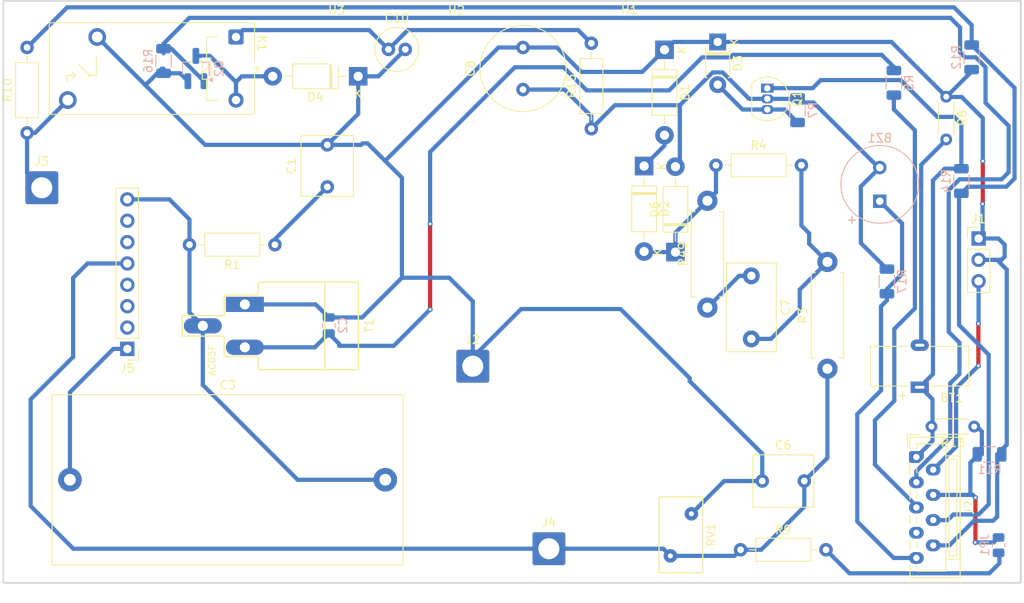
<source format=kicad_pcb>
(kicad_pcb (version 20240108) (generator "pcbnew") (generator_version "8.0")
  (layers (0 "F.Cu" signal) (31 "B.Cu" signal) (34 "B.Paste" user) (35 "F.Paste" user) (36 "B.SilkS" user "B.Silkscreen") (37 "F.SilkS" user "F.Silkscreen") (38 "B.Mask" user) (39 "F.Mask" user) (44 "Edge.Cuts" user))
  (net 0 "")
  (net 1 "Net-(J7-Pin_4)")
  (net 7 "Net-(BT1--)")
  (net 8 "Net-(BT1-+)")
  (net 9 "Net-(J7-Pin_6)")
  (net 10 "Net-(BZ1-+)")
  (net 11 "Net-(BZ1--)")
  (net 12 "Net-(J3-Pin_1)")
  (net 13 "Net-(J5-Pin_8)")
  (net 15 "Net-(J5-Pin_1)")
  (net 16 "Net-(J4-Pin_1)")
  (net 17 "Net-(JP1-B)")
  (net 18 "Net-(C7-Pad2)")
  (net 19 "GND")
  (net 20 "Net-(J7-Pin_3)")
  (net 21 "/TCP")
  (net 22 "Net-(D3-A)")
  (net 23 "Net-(T1-G)")
  (net 24 "Net-(C7-Pad1)")
  (net 25 "Net-(D2-A)")
  (net 26 "Net-(D1-A)")
  (net 27 "Net-(D4-A)")
  (net 28 "Net-(C10-Pad1)")
  (net 29 "/GATE")
  (net 30 "Net-(C1-Pad1)")
  (footprint "MountingHole:MountingHole_3.7mm" (layer "F.Cu") (at 145.25 61.425)
    (property "Reference" "H1" (at 0 -4.7 0) (layer "F.SilkS"))
    (property "Value" "MountingHole")
    (pad "" np_thru_hole circle (at 0 0) (size 3.7 3.7) (drill 3.7) (layers "*.Cu" "*.Mask"))
  )
  (footprint "Connector_Wire:SolderWire-2sqmm_1x01_D2mm_OD3.9mm" (layer "F.Cu") (at 75.375 77.875)
    (property "Reference" "J3" (at 0 -3.15 0) (layer "F.SilkS"))
    (property "Value" "WHITE")
    (pad "1" thru_hole roundrect (at 0 0) (size 3.9 3.9) (drill 2.5) (layers "*.Cu" "*.Mask") (roundrect_rratio 0.064103) (net 12 "Net-(J3-Pin_1)"))
  )
  (footprint "Diode_THT:D_DO-41_SOD81_P10.16mm_Horizontal" (layer "F.Cu") (at 113 64.625 180)
    (property "Reference" "D4" (at 5.08 -2.47 180) (layer "F.SilkS"))
    (property "Value" "D_Zener")
    (fp_text user "K" (at 0 -2.1 180) (layer "F.SilkS"))
    (pad "1" thru_hole rect (at 0 0 180) (size 2.2 2.2) (drill 1.1) (layers "*.Cu" "*.Mask") (net 19 "GND"))
    (pad "2" thru_hole oval (at 10.16 0 180) (size 2.2 2.2) (drill 1.1) (layers "*.Cu" "*.Mask") (net 27 "Net-(D4-A)"))
  )
  (footprint "Capacitor_THT:C_Radial_D10.0mm_H12.5mm_P5.00mm" (layer "F.Cu") (at 132.6 66.2 90)
    (property "Reference" "C8" (at 2.5 -6.25 -90) (layer "F.SilkS"))
    (property "Value" "C_Polarized")
    (pad "1" thru_hole circle (at 0 0 90) (size 1.6 1.6) (drill 0.8) (layers "*.Cu" "*.Mask") (net 11 "Net-(BZ1--)"))
    (pad "2" thru_hole circle (at 5 0 90) (size 1.6 1.6) (drill 0.8) (layers "*.Cu" "*.Mask") (net 19 "GND"))
  )
  (footprint "Connector_JST:JST_ZE_B09B-ZESK-D_1x09_P1.50mm_Vertical" (layer "F.Cu") (at 179.375 109.9 -90)
    (property "Reference" "J7" (at 6 -6.3 90) (layer "F.SilkS"))
    (property "Value" "Conn_01x09")
    (pad "1" thru_hole custom (at 0 0 270) (size 1.117157 1.117157) (drill 0.75) (layers "*.Cu" "*.Mask") (net 8 "Net-(BT1-+)") (options (clearance outline) (anchor circle)) (primitives (gr_poly (pts (xy 0.45 -0.225) (xy 0.45 0.625) (xy -0.45 0.625) (xy -0.45 -0.625) (xy 0.05 -0.625)) (width 0.5) (fill yes))))
    (pad "2" thru_hole oval (at 1.5 -2 270) (size 1.4 1.75) (drill 0.75) (layers "*.Cu" "*.Mask") (net 21 "/TCP"))
    (pad "3" thru_hole oval (at 3 0 270) (size 1.4 1.75) (drill 0.75) (layers "*.Cu" "*.Mask") (net 20 "Net-(J7-Pin_3)"))
    (pad "4" thru_hole oval (at 4.5 -2 270) (size 1.4 1.75) (drill 0.75) (layers "*.Cu" "*.Mask") (net 1 "Net-(J7-Pin_4)"))
    (pad "5" thru_hole oval (at 6 0 270) (size 1.4 1.75) (drill 0.75) (layers "*.Cu" "*.Mask") (net 29 "/GATE"))
    (pad "6" thru_hole oval (at 7.5 -2 270) (size 1.4 1.75) (drill 0.75) (layers "*.Cu" "*.Mask") (net 9 "Net-(J7-Pin_6)"))
    (pad "7" thru_hole oval (at 9 0 270) (size 1.4 1.75) (drill 0.75) (layers "*.Cu" "*.Mask"))
    (pad "8" thru_hole oval (at 10.5 -2 270) (size 1.4 1.75) (drill 0.75) (layers "*.Cu" "*.Mask") (net 19 "GND"))
    (pad "9" thru_hole oval (at 12 0 270) (size 1.4 1.75) (drill 0.75) (layers "*.Cu" "*.Mask") (net 10 "Net-(BZ1-+)"))
  )
  (footprint "Diode_THT:D_DO-41_SOD81_P10.16mm_Horizontal" (layer "F.Cu") (at 147 75.295 -90)
    (property "Reference" "D2" (at 5.08 -2.47 90) (layer "F.SilkS"))
    (property "Value" "D_Zener")
    (fp_text user "K" (at 0 -2.1 90) (layer "F.SilkS"))
    (pad "1" thru_hole rect (at 0 0 270) (size 2.2 2.2) (drill 1.1) (layers "*.Cu" "*.Mask") (net 26 "Net-(D1-A)"))
    (pad "2" thru_hole oval (at 10.16 0 270) (size 2.2 2.2) (drill 1.1) (layers "*.Cu" "*.Mask") (net 25 "Net-(D2-A)"))
  )
  (footprint "MountingHole:MountingHole_3.7mm" (layer "F.Cu") (at 124.675 61.475)
    (property "Reference" "H2" (at 0 -4.7 0) (layer "F.SilkS"))
    (property "Value" "MountingHole")
    (pad "" np_thru_hole circle (at 0 0) (size 3.7 3.7) (drill 3.7) (layers "*.Cu" "*.Mask"))
  )
  (footprint "Resistor_THT:R_Axial_DIN0207_L6.3mm_D2.5mm_P10.16mm_Horizontal" (layer "F.Cu") (at 158.47 120.925)
    (property "Reference" "R9" (at 5.08 -2.37 0) (layer "F.SilkS"))
    (property "Value" "R")
    (pad "1" thru_hole circle (at 0 0) (size 1.6 1.6) (drill 0.8) (layers "*.Cu" "*.Mask") (net 16 "Net-(J4-Pin_1)"))
    (pad "2" thru_hole oval (at 10.16 0) (size 1.6 1.6) (drill 0.8) (layers "*.Cu" "*.Mask") (net 17 "Net-(JP1-B)"))
  )
  (footprint "Resistor_THT:R_Axial_DIN0207_L6.3mm_D2.5mm_P10.16mm_Horizontal" (layer "F.Cu") (at 140.725 70.86 90)
    (property "Reference" "R15" (at 5.08 -2.37 -90) (layer "F.SilkS"))
    (property "Value" "R")
    (pad "1" thru_hole circle (at 0 0 90) (size 1.6 1.6) (drill 0.8) (layers "*.Cu" "*.Mask") (net 11 "Net-(BZ1--)"))
    (pad "2" thru_hole oval (at 10.16 0 90) (size 1.6 1.6) (drill 0.8) (layers "*.Cu" "*.Mask") (net 28 "Net-(C10-Pad1)"))
  )
  (footprint "Capacitor_THT:C_Rect_L7.0mm_W6.0mm_P5.00mm" (layer "F.Cu") (at 109.325 77.775 90)
    (property "Reference" "C1" (at 2.5 -4.25 -90) (layer "F.SilkS"))
    (property "Value" "C")
    (pad "1" thru_hole circle (at 0 0 90) (size 1.6 1.6) (drill 0.8) (layers "*.Cu" "*.Mask") (net 30 "Net-(C1-Pad1)"))
    (pad "2" thru_hole circle (at 5 0 90) (size 1.6 1.6) (drill 0.8) (layers "*.Cu" "*.Mask") (net 19 "GND"))
  )
  (footprint "Diode_THT:D_DO-41_SOD81_P10.16mm_Horizontal" (layer "F.Cu") (at 150.725 85.53 90)
    (property "Reference" "D6" (at 5.08 -2.47 -90) (layer "F.SilkS"))
    (property "Value" "D")
    (fp_text user "K" (at 0 -2.1 -90) (layer "F.SilkS"))
    (pad "1" thru_hole rect (at 0 0 90) (size 2.2 2.2) (drill 1.1) (layers "*.Cu" "*.Mask") (net 25 "Net-(D2-A)"))
    (pad "2" thru_hole oval (at 10.16 0 90) (size 2.2 2.2) (drill 1.1) (layers "*.Cu" "*.Mask") (net 11 "Net-(BZ1--)"))
  )
  (footprint "Capacitor_THT:C_Rect_L10.3mm_W5.7mm_P7.50mm_MKS4" (layer "F.Cu") (at 159.75 88.35 -90)
    (property "Reference" "C7" (at 3.75 -4.1 90) (layer "F.SilkS"))
    (property "Value" "C")
    (pad "1" thru_hole circle (at 0 0 270) (size 2 2) (drill 1) (layers "*.Cu" "*.Mask") (net 24 "Net-(C7-Pad1)"))
    (pad "2" thru_hole circle (at 7.5 0 270) (size 2 2) (drill 1) (layers "*.Cu" "*.Mask") (net 18 "Net-(C7-Pad2)"))
  )
  (footprint "Resistor_THT:R_Axial_DIN0204_L3.6mm_D1.6mm_P5.08mm_Horizontal" (layer "F.Cu") (at 182.925 67.05 -90)
    (property "Reference" "R8" (at 2.54 -1.92 90) (layer "F.SilkS"))
    (property "Value" "R")
    (pad "1" thru_hole circle (at 0 0 270) (size 1.4 1.4) (drill 0.7) (layers "*.Cu" "*.Mask") (net 19 "GND"))
    (pad "2" thru_hole oval (at 5.08 0 270) (size 1.4 1.4) (drill 0.7) (layers "*.Cu" "*.Mask") (net 7 "Net-(BT1--)"))
  )
  (footprint "Package_TO_SOT_THT:TO-92_Inline" (layer "F.Cu") (at 161.65 66.035 -90)
    (property "Reference" "Q1" (at 1.27 -3.56 90) (layer "F.SilkS"))
    (property "Value" "2SA953")
    (pad "1" thru_hole rect (at 0 0 270) (size 1.05 1.5) (drill 0.75) (layers "*.Cu" "*.Mask") (net 8 "Net-(BT1-+)"))
    (pad "2" thru_hole oval (at 1.27 0 270) (size 1.05 1.5) (drill 0.75) (layers "*.Cu" "*.Mask") (net 11 "Net-(BZ1--)"))
    (pad "3" thru_hole oval (at 2.54 0 270) (size 1.05 1.5) (drill 0.75) (layers "*.Cu" "*.Mask") (net 22 "Net-(D3-A)"))
  )
  (footprint "Capacitor_THT:DX_5R5VxxxxU_D11.5mm_P5.00mm" (layer "F.Cu") (at 179.775 101.6 180)
    (property "Reference" "BT1" (at -3.81 -1.27 180) (layer "F.SilkS"))
    (property "Value" "SuperCap")
    (pad "1" thru_hole rect (at 0 0 180) (size 2.15 1.35) (drill oval 1.15 0.35) (layers "*.Cu" "*.Mask") (net 8 "Net-(BT1-+)"))
    (pad "2" thru_hole oval (at 0 5 180) (size 2.15 1.35) (drill oval 1.1 0.35) (layers "*.Cu" "*.Mask") (net 7 "Net-(BT1--)"))
  )
  (footprint "Resistor_THT:R_Axial_DIN0204_L3.6mm_D1.6mm_P5.08mm_Horizontal" (layer "F.Cu") (at 186.25 106.275 180)
    (property "Reference" "R13" (at 2.54 -1.92 180) (layer "F.SilkS"))
    (property "Value" "R")
    (pad "1" thru_hole circle (at 0 0 180) (size 1.4 1.4) (drill 0.7) (layers "*.Cu" "*.Mask") (net 1 "Net-(J7-Pin_4)"))
    (pad "2" thru_hole oval (at 5.08 0 180) (size 1.4 1.4) (drill 0.7) (layers "*.Cu" "*.Mask") (net 8 "Net-(BT1-+)"))
  )
  (footprint "Resistor_THT:R_Axial_DIN0207_L6.3mm_D2.5mm_P10.16mm_Horizontal" (layer "F.Cu") (at 73.625 71.355 90)
    (property "Reference" "R10" (at 5.08 -2.37 -90) (layer "F.SilkS"))
    (property "Value" "R")
    (pad "1" thru_hole circle (at 0 0 90) (size 1.6 1.6) (drill 0.8) (layers "*.Cu" "*.Mask") (net 12 "Net-(J3-Pin_1)"))
    (pad "2" thru_hole oval (at 10.16 0 90) (size 1.6 1.6) (drill 0.8) (layers "*.Cu" "*.Mask") (net 9 "Net-(J7-Pin_6)"))
  )
  (footprint "MountingHole:MountingHole_3.7mm" (layer "F.Cu") (at 110.425 61.5)
    (property "Reference" "H3" (at 0 -4.7 0) (layer "F.SilkS"))
    (property "Value" "MountingHole")
    (pad "" np_thru_hole circle (at 0 0) (size 3.7 3.7) (drill 3.7) (layers "*.Cu" "*.Mask"))
  )
  (footprint "local:TO-202AA" (layer "F.Cu") (at 101.325 94.3 -90)
    (property "Reference" "T1" (at 0 -13 -90) (layer "F.SilkS"))
    (property "Value" "AC03F" (at 4.1 5.7 -90) (layer "F.SilkS") (effects (font (size 0.8 0.8) (thickness 0.12))))
    (pad "1" thru_hole rect (at -2.55 1.8 270) (size 1.8 4.5) (drill 1.2) (layers "*.Cu" "*.Mask") (net 19 "GND"))
    (pad "2" thru_hole oval (at 0 6.8 270) (size 1.8 4.5) (drill 1.2) (layers "*.Cu" "*.Mask") (net 13 "Net-(J5-Pin_8)"))
    (pad "3" thru_hole oval (at 2.55 1.8 270) (size 1.8 4.5) (drill 1.2) (layers "*.Cu" "*.Mask") (net 23 "Net-(T1-G)"))
  )
  (footprint "Resistor_THT:R_Axial_DIN0207_L6.3mm_D2.5mm_P10.16mm_Horizontal" (layer "F.Cu") (at 155.545 75.2)
    (property "Reference" "R4" (at 5.08 -2.37 0) (layer "F.SilkS"))
    (property "Value" "R")
    (pad "1" thru_hole circle (at 0 0) (size 1.6 1.6) (drill 0.8) (layers "*.Cu" "*.Mask") (net 25 "Net-(D2-A)"))
    (pad "2" thru_hole oval (at 10.16 0) (size 1.6 1.6) (drill 0.8) (layers "*.Cu" "*.Mask") (net 18 "Net-(C7-Pad2)"))
  )
  (footprint "Resistor_THT:R_Axial_DIN0411_L9.9mm_D3.6mm_P12.70mm_Horizontal" (layer "F.Cu") (at 168.8 99.4 90)
    (property "Reference" "R3" (at 6.35 -2.92 -90) (layer "F.SilkS"))
    (property "Value" "R")
    (pad "1" thru_hole circle (at 0 0 90) (size 2.4 2.4) (drill 1.2) (layers "*.Cu" "*.Mask") (net 16 "Net-(J4-Pin_1)"))
    (pad "2" thru_hole oval (at 12.7 0 90) (size 2.4 2.4) (drill 1.2) (layers "*.Cu" "*.Mask") (net 18 "Net-(C7-Pad2)"))
  )
  (footprint "Capacitor_THT:C_Rect_L7.0mm_W6.0mm_P5.00mm" (layer "F.Cu") (at 161.05 112.75)
    (property "Reference" "C6" (at 2.5 -4.25 0) (layer "F.SilkS"))
    (property "Value" "C")
    (pad "1" thru_hole circle (at 0 0) (size 1.6 1.6) (drill 0.8) (layers "*.Cu" "*.Mask") (net 19 "GND"))
    (pad "2" thru_hole circle (at 5 0) (size 1.6 1.6) (drill 0.8) (layers "*.Cu" "*.Mask") (net 16 "Net-(J4-Pin_1)"))
  )
  (footprint "Resistor_THT:R_Axial_DIN0411_L9.9mm_D3.6mm_P12.70mm_Horizontal" (layer "F.Cu") (at 154.525 92.125 90)
    (property "Reference" "R49" (at 6.35 -2.92 -90) (layer "F.SilkS"))
    (property "Value" "R")
    (pad "1" thru_hole circle (at 0 0 90) (size 2.4 2.4) (drill 1.2) (layers "*.Cu" "*.Mask") (net 24 "Net-(C7-Pad1)"))
    (pad "2" thru_hole oval (at 12.7 0 90) (size 2.4 2.4) (drill 1.2) (layers "*.Cu" "*.Mask") (net 25 "Net-(D2-A)"))
  )
  (footprint "Relay_THT:Relay_SPST_Omron_G5PZ" (layer "F.Cu") (at 98.47 59.95 -90)
    (property "Reference" "K1" (at 0.75 -3.1 -90) (layer "F.SilkS"))
    (property "Value" "Relay_SPST-NO")
    (pad "13" thru_hole circle (at 0 16.5) (size 2.1 2.1) (drill 1.3) (layers "*.Cu" "*.Mask") (net 19 "GND"))
    (pad "14" thru_hole circle (at 7.5 20) (size 2.1 2.1) (drill 1.3) (layers "*.Cu" "*.Mask") (net 12 "Net-(J3-Pin_1)"))
    (pad "A1" thru_hole roundrect (at 0 0) (size 1.8 1.8) (drill 1) (layers "*.Cu" "*.Mask") (roundrect_rratio 0.1388888889) (net 28 "Net-(C10-Pad1)"))
    (pad "A2" thru_hole circle (at 7.5 0) (size 1.8 1.8) (drill 1) (layers "*.Cu" "*.Mask") (net 27 "Net-(D4-A)"))
  )
  (footprint "Capacitor_THT:C_Rect_L41.5mm_W20.0mm_P37.50mm_MKS4" (layer "F.Cu") (at 78.725 112.6)
    (property "Reference" "C3" (at 18.75 -11.25 0) (layer "F.SilkS"))
    (property "Value" "C")
    (pad "1" thru_hole circle (at 0 0) (size 2.8 2.8) (drill 1.4) (layers "*.Cu" "*.Mask") (net 15 "Net-(J5-Pin_1)"))
    (pad "2" thru_hole circle (at 37.5 0) (size 2.8 2.8) (drill 1.4) (layers "*.Cu" "*.Mask") (net 13 "Net-(J5-Pin_8)"))
  )
  (footprint "Connector_Wire:SolderWire-2sqmm_1x01_D2mm_OD3.9mm" (layer "F.Cu") (at 135.675 120.8)
    (property "Reference" "J4" (at 0 -3.15 0) (layer "F.SilkS"))
    (property "Value" "BLACK/MAINS L")
    (pad "1" thru_hole roundrect (at 0 0) (size 3.9 3.9) (drill 2.5) (layers "*.Cu" "*.Mask") (roundrect_rratio 0.064103) (net 16 "Net-(J4-Pin_1)"))
  )
  (footprint "Varistor:RV_Disc_D9mm_W5.2mm_P5mm" (layer "F.Cu") (at 150.125 121.65 90)
    (property "Reference" "RV1" (at 2.5 4.85 -90) (layer "F.SilkS"))
    (property "Value" "Varistor")
    (pad "1" thru_hole circle (at 0 0 90) (size 1.6 1.6) (drill 0.6) (layers "*.Cu" "*.Mask") (net 16 "Net-(J4-Pin_1)"))
    (pad "2" thru_hole circle (at 5 2.5 90) (size 1.6 1.6) (drill 0.6) (layers "*.Cu" "*.Mask") (net 19 "GND"))
  )
  (footprint "Resistor_THT:R_Axial_DIN0207_L6.3mm_D2.5mm_P10.16mm_Horizontal" (layer "F.Cu") (at 103.1 84.65 180)
    (property "Reference" "R1" (at 5.08 -2.37 180) (layer "F.SilkS"))
    (property "Value" "R")
    (pad "1" thru_hole circle (at 0 0 180) (size 1.6 1.6) (drill 0.8) (layers "*.Cu" "*.Mask") (net 30 "Net-(C1-Pad1)"))
    (pad "2" thru_hole oval (at 10.16 0 180) (size 1.6 1.6) (drill 0.8) (layers "*.Cu" "*.Mask") (net 13 "Net-(J5-Pin_8)"))
  )
  (footprint "Capacitor_THT:C_Radial_D5.0mm_H11.0mm_P2.00mm" (layer "F.Cu") (at 116.6 61.425)
    (property "Reference" "C10" (at 1 -3.75 0) (layer "F.SilkS"))
    (property "Value" "C_Polarized")
    (pad "1" thru_hole circle (at 0 0) (size 1.6 1.6) (drill 0.8) (layers "*.Cu" "*.Mask") (net 28 "Net-(C10-Pad1)"))
    (pad "2" thru_hole circle (at 2 0) (size 1.6 1.6) (drill 0.8) (layers "*.Cu" "*.Mask") (net 19 "GND"))
  )
  (footprint "Connector_PinHeader_2.54mm:PinHeader_1x08_P2.54mm_Vertical" (layer "F.Cu") (at 85.55 97.04 180)
    (property "Reference" "J5" (at 0 -2.33 180) (layer "F.SilkS"))
    (property "Value" "Conn_01x08")
    (pad "1" thru_hole rect (at 0 0 180) (size 1.7 1.7) (drill 1) (layers "*.Cu" "*.Mask") (net 15 "Net-(J5-Pin_1)"))
    (pad "2" thru_hole oval (at 0 2.54 180) (size 1.7 1.7) (drill 1) (layers "*.Cu" "*.Mask"))
    (pad "3" thru_hole oval (at 0 5.08 180) (size 1.7 1.7) (drill 1) (layers "*.Cu" "*.Mask"))
    (pad "4" thru_hole oval (at 0 7.62 180) (size 1.7 1.7) (drill 1) (layers "*.Cu" "*.Mask"))
    (pad "5" thru_hole oval (at 0 10.16 180) (size 1.7 1.7) (drill 1) (layers "*.Cu" "*.Mask") (net 16 "Net-(J4-Pin_1)"))
    (pad "6" thru_hole oval (at 0 12.7 180) (size 1.7 1.7) (drill 1) (layers "*.Cu" "*.Mask"))
    (pad "7" thru_hole oval (at 0 15.24 180) (size 1.7 1.7) (drill 1) (layers "*.Cu" "*.Mask"))
    (pad "8" thru_hole oval (at 0 17.78 180) (size 1.7 1.7) (drill 1) (layers "*.Cu" "*.Mask") (net 13 "Net-(J5-Pin_8)"))
  )
  (footprint "Connector_Wire:SolderWire-2sqmm_1x01_D2mm_OD3.9mm" (layer "F.Cu") (at 126.625 99.1)
    (property "Reference" "J2" (at 0 -3.15 0) (layer "F.SilkS"))
    (property "Value" "ORANGE/MAINS N")
    (pad "1" thru_hole roundrect (at 0 0) (size 3.9 3.9) (drill 2.5) (layers "*.Cu" "*.Mask") (roundrect_rratio 0.064103) (net 19 "GND"))
  )
  (footprint "Diode_THT:D_T-1_P5.08mm_Horizontal" (layer "F.Cu") (at 155.75 60.535 -90)
    (property "Reference" "D3" (at 2.54 -2.42 90) (layer "F.SilkS"))
    (property "Value" "D_Zener")
    (fp_text user "K" (at 0 -2 90) (layer "F.SilkS"))
    (pad "1" thru_hole rect (at 0 0 270) (size 2 2) (drill 1) (layers "*.Cu" "*.Mask") (net 19 "GND"))
    (pad "2" thru_hole oval (at 5.08 0 270) (size 2 2) (drill 1) (layers "*.Cu" "*.Mask") (net 22 "Net-(D3-A)"))
  )
  (footprint "Connector_PinHeader_2.54mm:PinHeader_1x03_P2.54mm_Vertical" (layer "F.Cu") (at 186.775 83.91)
    (property "Reference" "J1" (at 0 -2.33 0) (layer "F.SilkS"))
    (property "Value" "Conn_01x03")
    (pad "1" thru_hole rect (at 0 0) (size 1.7 1.7) (drill 1) (layers "*.Cu" "*.Mask") (net 19 "GND"))
    (pad "2" thru_hole oval (at 0 2.54) (size 1.7 1.7) (drill 1) (layers "*.Cu" "*.Mask") (net 19 "GND"))
    (pad "3" thru_hole oval (at 0 5.08) (size 1.7 1.7) (drill 1) (layers "*.Cu" "*.Mask") (net 21 "/TCP"))
  )
  (footprint "Diode_THT:D_DO-41_SOD81_P10.16mm_Horizontal" (layer "F.Cu") (at 149.425 61.47 -90)
    (property "Reference" "D1" (at 5.08 -2.47 90) (layer "F.SilkS"))
    (property "Value" "D_Zener")
    (fp_text user "K" (at 0 -2.1 90) (layer "F.SilkS"))
    (pad "1" thru_hole rect (at 0 0 270) (size 2.2 2.2) (drill 1.1) (layers "*.Cu" "*.Mask") (net 19 "GND"))
    (pad "2" thru_hole oval (at 10.16 0 270) (size 2.2 2.2) (drill 1.1) (layers "*.Cu" "*.Mask") (net 26 "Net-(D1-A)"))
  )
  (footprint "Resistor_SMD:R_1206_3216Metric" (layer "B.Cu") (at 89.85 62.8 -90)
    (property "Reference" "R16" (at 0 1.82 90) (layer "B.SilkS") (effects (justify mirror)))
    (property "Value" "R")
    (pad "1" smd roundrect (at -1.4625 0 270) (size 1.125 1.75) (layers "B.Cu" "B.Paste" "B.Mask") (roundrect_rratio 0.222222) (net 20 "Net-(J7-Pin_3)"))
    (pad "2" smd roundrect (at 1.4625 0 270) (size 1.125 1.75) (layers "B.Cu" "B.Paste" "B.Mask") (roundrect_rratio 0.222222) (net 19 "GND"))
  )
  (footprint "Capacitor_SMD:C_0805_2012Metric" (layer "B.Cu") (at 109.5 94.25 90)
    (property "Reference" "C2" (at 0 1.68 -90) (layer "B.SilkS") (effects (justify mirror)))
    (property "Value" "C")
    (pad "1" smd roundrect (at -0.95 0 90) (size 1 1.45) (layers "B.Cu" "B.Paste" "B.Mask") (net 23 "Net-(T1-G)"))
    (pad "2" smd roundrect (at 0.95 0 90) (size 1 1.45) (layers "B.Cu" "B.Paste" "B.Mask") (net 19 "GND"))
  )
  (footprint "Resistor_SMD:R_1206_3216Metric" (layer "B.Cu") (at 175.875 89.0125 90)
    (property "Reference" "R17" (at 0 1.82 -90) (layer "B.SilkS") (effects (justify mirror)))
    (property "Value" "R")
    (pad "1" smd roundrect (at -1.4625 0 90) (size 1.125 1.75) (layers "B.Cu" "B.Paste" "B.Mask") (roundrect_rratio 0.222222) (net 10 "Net-(BZ1-+)"))
    (pad "2" smd roundrect (at 1.4625 0 90) (size 1.125 1.75) (layers "B.Cu" "B.Paste" "B.Mask") (roundrect_rratio 0.222222) (net 11 "Net-(BZ1--)"))
  )
  (footprint "Resistor_SMD:R_1206_3216Metric" (layer "B.Cu") (at 185.95 62.3625 -90)
    (property "Reference" "R12" (at 0 1.82 90) (layer "B.SilkS") (effects (justify mirror)))
    (property "Value" "R")
    (pad "1" smd roundrect (at -1.4625 0 270) (size 1.125 1.75) (layers "B.Cu" "B.Paste" "B.Mask") (roundrect_rratio 0.222222) (net 9 "Net-(J7-Pin_6)"))
    (pad "2" smd roundrect (at 1.4625 0 270) (size 1.125 1.75) (layers "B.Cu" "B.Paste" "B.Mask") (roundrect_rratio 0.222222) (net 19 "GND"))
  )
  (footprint "Resistor_SMD:R_1206_3216Metric" (layer "B.Cu") (at 188.075 109.575)
    (property "Reference" "R11" (at 0 1.82 360) (layer "B.SilkS") (effects (justify mirror)))
    (property "Value" "R")
    (pad "1" smd roundrect (at -1.4625 0) (size 1.125 1.75) (layers "B.Cu" "B.Paste" "B.Mask") (roundrect_rratio 0.222222) (net 1 "Net-(J7-Pin_4)"))
    (pad "2" smd roundrect (at 1.4625 0) (size 1.125 1.75) (layers "B.Cu" "B.Paste" "B.Mask") (roundrect_rratio 0.222222) (net 19 "GND"))
  )
  (footprint "Package_TO_SOT_SMD:SOT-23_Handsoldering" (layer "B.Cu") (at 93.7 63.7 90)
    (property "Reference" "Q2" (at 0 2.75 -90) (layer "B.SilkS") (effects (justify mirror)))
    (property "Value" "Q_NPN_BCE")
    (pad "1" smd roundrect (at -1.5 0.95 90) (size 1.9 0.8) (layers "B.Cu" "B.Paste" "B.Mask") (net 20 "Net-(J7-Pin_3)"))
    (pad "2" smd roundrect (at -1.5 -0.95 90) (size 1.9 0.8) (layers "B.Cu" "B.Paste" "B.Mask") (net 19 "GND"))
    (pad "3" smd roundrect (at 1.5 0 90) (size 1.9 0.8) (layers "B.Cu" "B.Paste" "B.Mask") (net 27 "Net-(D4-A)"))
  )
  (footprint "Resistor_SMD:R_1206_3216Metric" (layer "B.Cu") (at 176.7 65.4 90)
    (property "Reference" "R5" (at 0 1.82 -90) (layer "B.SilkS") (effects (justify mirror)))
    (property "Value" "R")
    (pad "1" smd roundrect (at -1.4625 0 90) (size 1.125 1.75) (layers "B.Cu" "B.Paste" "B.Mask") (roundrect_rratio 0.222222) (net 29 "/GATE"))
    (pad "2" smd roundrect (at 1.4625 0 90) (size 1.125 1.75) (layers "B.Cu" "B.Paste" "B.Mask") (roundrect_rratio 0.222222) (net 23 "Net-(T1-G)"))
  )
  (footprint "Buzzer_Beeper:MagneticBuzzer_CUI_CST-931RP-A" (layer "B.Cu") (at 175.025 79.475)
    (property "Reference" "BZ1" (at 0 -7.5 180) (layer "B.SilkS") (effects (justify mirror)))
    (property "Value" "Buzzer")
    (fp_text user "+" (at -3.3 2.18 180) (layer "B.SilkS") (effects (justify mirror)))
    (pad "1" thru_hole rect (at 0 0) (size 1.6 1.6) (drill 0.9) (layers "*.Cu" "*.Mask") (net 10 "Net-(BZ1-+)"))
    (pad "2" thru_hole circle (at 0 -4) (size 1.6 1.6) (drill 0.9) (layers "*.Cu" "*.Mask") (net 11 "Net-(BZ1--)"))
  )
  (footprint "Resistor_SMD:R_0805_2012Metric" (layer "B.Cu") (at 189.15 120.375 -90)
    (property "Reference" "JP1" (at 0 1.65 90) (layer "B.SilkS") (effects (justify mirror)))
    (property "Value" "Jumper_2_Bridged")
    (pad "1" smd roundrect (at -0.9125 0 270) (size 1.025 1.4) (layers "B.Cu" "B.Paste" "B.Mask") (roundrect_rratio 0.243902) (net 1 "Net-(J7-Pin_4)"))
    (pad "2" smd roundrect (at 0.9125 0 270) (size 1.025 1.4) (layers "B.Cu" "B.Paste" "B.Mask") (roundrect_rratio 0.243902) (net 17 "Net-(JP1-B)"))
  )
  (footprint "Resistor_SMD:R_1206_3216Metric" (layer "B.Cu") (at 165.25 68.65 90)
    (property "Reference" "R7" (at 0 1.82 -90) (layer "B.SilkS") (effects (justify mirror)))
    (property "Value" "R")
    (pad "1" smd roundrect (at -1.4625 0 90) (size 1.125 1.75) (layers "B.Cu" "B.Paste" "B.Mask") (roundrect_rratio 0.222222) (net 22 "Net-(D3-A)"))
    (pad "2" smd roundrect (at 1.4625 0 90) (size 1.125 1.75) (layers "B.Cu" "B.Paste" "B.Mask") (roundrect_rratio 0.222222) (net 11 "Net-(BZ1--)"))
  )
  (footprint "Resistor_SMD:R_1206_3216Metric" (layer "B.Cu") (at 184.725 77.075 -90)
    (property "Reference" "R14" (at 0 1.82 90) (layer "B.SilkS") (effects (justify mirror)))
    (property "Value" "R")
    (pad "1" smd roundrect (at -1.4625 0 270) (size 1.125 1.75) (layers "B.Cu" "B.Paste" "B.Mask") (roundrect_rratio 0.222222) (net 8 "Net-(BT1-+)"))
    (pad "2" smd roundrect (at 1.4625 0 270) (size 1.125 1.75) (layers "B.Cu" "B.Paste" "B.Mask") (roundrect_rratio 0.222222) (net 9 "Net-(J7-Pin_6)"))
  )
  (gr_rect (start 70.8 55.65) (end 191.8 124.85) (stroke (width 0.2)) (fill none) (layer "Edge.Cuts"))
  (segment (start 186.4 114.725) (end 186.399998 114.724998) (width 0.5) (layer "F.Cu") (net 1))
  (segment (start 186.375 120.049998) (end 186.4 120.024998) (width 0.5) (layer "F.Cu") (net 1))
  (segment (start 186.4 120.024998) (end 186.4 114.725) (width 0.5) (layer "F.Cu") (net 1))
  (via (at 186.399998 114.724998) (size 0.6) (drill 0.3) (layers "F.Cu" "B.Cu") (net 1))
  (via (at 186.375 120.049998) (size 0.6) (drill 0.3) (layers "F.Cu" "B.Cu") (net 1))
  (segment (start 186.075 114.4) (end 186.399998 114.724998) (width 0.5) (layer "B.Cu") (net 1))
  (segment (start 185.8 114.325) (end 185.725 114.4) (width 0.5) (layer "B.Cu") (net 1))
  (segment (start 188.562502 120.049998) (end 189.15 119.4625) (width 0.5) (layer "B.Cu") (net 1))
  (segment (start 185.725 114.4) (end 186.075 114.4) (width 0.5) (layer "B.Cu") (net 1))
  (segment (start 186.375 120.049998) (end 188.562502 120.049998) (width 0.5) (layer "B.Cu") (net 1))
  (segment (start 186.8 109.575) (end 185.8 110.575) (width 0.5) (layer "B.Cu") (net 1))
  (segment (start 187.1625 109.575) (end 187.1625 106.8625) (width 0.5) (layer "B.Cu") (net 1))
  (segment (start 181.375 114.4) (end 185.725 114.4) (width 0.5) (layer "B.Cu") (net 1))
  (segment (start 185.8 110.575) (end 185.8 114.325) (width 0.5) (layer "B.Cu") (net 1))
  (segment (start 187.1625 109.575) (end 186.8 109.575) (width 0.5) (layer "B.Cu") (net 1))
  (segment (start 187.1625 106.8625) (end 186.375 106.075) (width 0.5) (layer "B.Cu") (net 1))
  (segment (start 179.95 75.14) (end 182.925 72.165) (width 0.5) (layer "B.Cu") (net 7))
  (segment (start 179.625 96.3525) (end 179.95 96.0275) (width 0.5) (layer "B.Cu") (net 7))
  (segment (start 179.95 96.0275) (end 179.95 75.14) (width 0.5) (layer "B.Cu") (net 7))
  (segment (start 181.295 106.075) (end 181.295 103.0225) (width 0.5) (layer "B.Cu") (net 8))
  (segment (start 181.35 77) (end 181.35 100.025) (width 0.5) (layer "B.Cu") (net 8))
  (segment (start 184.725 75.6125) (end 184.725 70.3) (width 0.5) (layer "B.Cu") (net 8))
  (segment (start 168 65.075) (end 167.04 66.035) (width 0.5) (layer "B.Cu") (net 8))
  (segment (start 167.04 66.035) (end 161.65 66.035) (width 0.5) (layer "B.Cu") (net 8))
  (segment (start 181.295 106.075) (end 181.295 107.98) (width 0.5) (layer "B.Cu") (net 8))
  (segment (start 184.725 70.3) (end 183.875 69.45) (width 0.5) (layer "B.Cu") (net 8))
  (segment (start 184.725 75.6125) (end 182.7375 75.6125) (width 0.5) (layer "B.Cu") (net 8))
  (segment (start 182.7375 75.6125) (end 181.35 77) (width 0.5) (layer "B.Cu") (net 8))
  (segment (start 181.295 103.0225) (end 179.625 101.3525) (width 0.5) (layer "B.Cu") (net 8))
  (segment (start 181.871346 69.45) (end 177.496346 65.075) (width 0.5) (layer "B.Cu") (net 8))
  (segment (start 183.875 69.45) (end 181.871346 69.45) (width 0.5) (layer "B.Cu") (net 8))
  (segment (start 177.496346 65.075) (end 168 65.075) (width 0.5) (layer "B.Cu") (net 8))
  (segment (start 181.295 107.98) (end 179.375 109.9) (width 0.5) (layer "B.Cu") (net 8))
  (segment (start 181.35 100.025) (end 179.775 101.6) (width 0.5) (layer "B.Cu") (net 8))
  (segment (start 184.725 78.5375) (end 184.45 78.8125) (width 0.5) (layer "B.Cu") (net 9))
  (segment (start 185.5125 77.75) (end 184.725 78.5375) (width 0.5) (layer "B.Cu") (net 9))
  (segment (start 191.05 76.775) (end 190.075 77.75) (width 0.5) (layer "B.Cu") (net 9))
  (segment (start 191.05 66) (end 191.05 76.775) (width 0.5) (layer "B.Cu") (net 9))
  (segment (start 183.85 56.425) (end 78.395 56.425) (width 0.5) (layer "B.Cu") (net 9))
  (segment (start 185.95 58.525) (end 183.85 56.425) (width 0.5) (layer "B.Cu") (net 9))
  (segment (start 187.975 97.725) (end 187.975 115.525) (width 0.5) (layer "B.Cu") (net 9))
  (segment (start 185.95 60.9) (end 191.05 66) (width 0.5) (layer "B.Cu") (net 9))
  (segment (start 190.075 77.75) (end 185.5125 77.75) (width 0.5) (layer "B.Cu") (net 9))
  (segment (start 184.45 78.8125) (end 184.45 94.2) (width 0.5) (layer "B.Cu") (net 9))
  (segment (start 183.1 117.4) (end 181.375 117.4) (width 0.5) (layer "B.Cu") (net 9))
  (segment (start 184.45 94.2) (end 187.975 97.725) (width 0.5) (layer "B.Cu") (net 9))
  (segment (start 187.975 115.525) (end 186.775 116.725) (width 0.5) (layer "B.Cu") (net 9))
  (segment (start 183.775 116.725) (end 183.1 117.4) (width 0.5) (layer "B.Cu") (net 9))
  (segment (start 185.95 60.9) (end 185.95 58.525) (width 0.5) (layer "B.Cu") (net 9))
  (segment (start 78.395 56.425) (end 73.625 61.195) (width 0.5) (layer "B.Cu") (net 9))
  (segment (start 186.775 116.725) (end 183.775 116.725) (width 0.5) (layer "B.Cu") (net 9))
  (segment (start 175.025 79.475) (end 177.675 82.125) (width 0.5) (layer "B.Cu") (net 10))
  (segment (start 177.675 88.125) (end 175.875 89.925) (width 0.5) (layer "B.Cu") (net 10))
  (segment (start 172.35 117.575) (end 176.675 121.9) (width 0.5) (layer "B.Cu") (net 10))
  (segment (start 175.175 101.975) (end 172.35 104.8) (width 0.5) (layer "B.Cu") (net 10))
  (segment (start 176.675 121.9) (end 179.375 121.9) (width 0.5) (layer "B.Cu") (net 10))
  (segment (start 175.875 91.275) (end 175.175 91.975) (width 0.5) (layer "B.Cu") (net 10))
  (segment (start 177.675 82.125) (end 177.675 88.125) (width 0.5) (layer "B.Cu") (net 10))
  (segment (start 172.35 104.8) (end 172.35 117.575) (width 0.5) (layer "B.Cu") (net 10))
  (segment (start 175.875 89.925) (end 175.875 91.275) (width 0.5) (layer "B.Cu") (net 10))
  (segment (start 175.175 91.975) (end 175.175 101.975) (width 0.5) (layer "B.Cu") (net 10))
  (segment (start 175.875 87.55) (end 172.775 84.45) (width 0.5) (layer "B.Cu") (net 11))
  (segment (start 174.875 75.475) (end 167.1375 67.7375) (width 0.5) (layer "B.Cu") (net 11))
  (segment (start 140.725 69.375) (end 137.55 66.2) (width 0.5) (layer "B.Cu") (net 11))
  (segment (start 137.55 66.2) (end 132.6 66.2) (width 0.5) (layer "B.Cu") (net 11))
  (segment (start 151.25 74.845) (end 150.725 75.37) (width 0.5) (layer "B.Cu") (net 11))
  (segment (start 151.25 68.06439) (end 151.25 74.845) (width 0.5) (layer "B.Cu") (net 11))
  (segment (start 175.025 75.475) (end 174.875 75.475) (width 0.5) (layer "B.Cu") (net 11))
  (segment (start 140.725 70.86) (end 140.725 69.375) (width 0.5) (layer "B.Cu") (net 11))
  (segment (start 172.775 77.725) (end 175.025 75.475) (width 0.5) (layer "B.Cu") (net 11))
  (segment (start 165.25 67.7375) (end 164.8175 67.305) (width 0.5) (layer "B.Cu") (net 11))
  (segment (start 155.14939 64.165) (end 151.25 68.06439) (width 0.5) (layer "B.Cu") (net 11))
  (segment (start 161.65 67.305) (end 159.49061 67.305) (width 0.5) (layer "B.Cu") (net 11))
  (segment (start 172.775 84.45) (end 172.775 77.725) (width 0.5) (layer "B.Cu") (net 11))
  (segment (start 143.52061 68.06439) (end 151.25 68.06439) (width 0.5) (layer "B.Cu") (net 11))
  (segment (start 140.725 70.86) (end 143.52061 68.06439) (width 0.5) (layer "B.Cu") (net 11))
  (segment (start 167.1375 67.7375) (end 165.25 67.7375) (width 0.5) (layer "B.Cu") (net 11))
  (segment (start 164.8175 67.305) (end 161.65 67.305) (width 0.5) (layer "B.Cu") (net 11))
  (segment (start 156.35061 64.165) (end 155.14939 64.165) (width 0.5) (layer "B.Cu") (net 11))
  (segment (start 159.49061 67.305) (end 156.35061 64.165) (width 0.5) (layer "B.Cu") (net 11))
  (segment (start 78.47 67.45) (end 74.565 71.355) (width 0.5) (layer "B.Cu") (net 12))
  (segment (start 74.565 71.355) (end 73.625 71.355) (width 0.5) (layer "B.Cu") (net 12))
  (segment (start 73.625 71.355) (end 73.625 76.125) (width 0.5) (layer "B.Cu") (net 12))
  (segment (start 73.625 76.125) (end 75.375 77.875) (width 0.5) (layer "B.Cu") (net 12))
  (segment (start 94.525 94.3) (end 94.525 101.325) (width 0.5) (layer "B.Cu") (net 13))
  (segment (start 85.55 79.26) (end 90.56 79.26) (width 0.5) (layer "B.Cu") (net 13))
  (segment (start 92.94 92.715) (end 94.525 94.3) (width 0.5) (layer "B.Cu") (net 13))
  (segment (start 92.94 84.65) (end 92.94 92.715) (width 0.5) (layer "B.Cu") (net 13))
  (segment (start 105.8 112.6) (end 116.225 112.6) (width 0.5) (layer "B.Cu") (net 13))
  (segment (start 90.56 79.26) (end 92.94 81.64) (width 0.5) (layer "B.Cu") (net 13))
  (segment (start 92.94 81.64) (end 92.94 84.65) (width 0.5) (layer "B.Cu") (net 13))
  (segment (start 94.525 101.325) (end 105.8 112.6) (width 0.5) (layer "B.Cu") (net 13))
  (segment (start 78.725 112.6) (end 78.725 102.2) (width 0.5) (layer "B.Cu") (net 15))
  (segment (start 83.885 97.04) (end 85.55 97.04) (width 0.5) (layer "B.Cu") (net 15))
  (segment (start 78.725 102.2) (end 83.885 97.04) (width 0.5) (layer "B.Cu") (net 15))
  (segment (start 166.05 115.8) (end 160.925 120.925) (width 0.5) (layer "B.Cu") (net 16))
  (segment (start 135.675 120.8) (end 79.125 120.8) (width 0.5) (layer "B.Cu") (net 16))
  (segment (start 74.05 103.05) (end 79.1 98) (width 0.5) (layer "B.Cu") (net 16))
  (segment (start 168.8 99.4) (end 168.8 110) (width 0.5) (layer "B.Cu") (net 16))
  (segment (start 157.745 121.65) (end 150.125 121.65) (width 0.5) (layer "B.Cu") (net 16))
  (segment (start 79.1 98) (end 79.1 88.6) (width 0.5) (layer "B.Cu") (net 16))
  (segment (start 150.125 121.65) (end 149.275 120.8) (width 0.5) (layer "B.Cu") (net 16))
  (segment (start 158.47 120.925) (end 157.745 121.65) (width 0.5) (layer "B.Cu") (net 16))
  (segment (start 79.125 120.8) (end 74.05 115.725) (width 0.5) (layer "B.Cu") (net 16))
  (segment (start 160.925 120.925) (end 158.47 120.925) (width 0.5) (layer "B.Cu") (net 16))
  (segment (start 74.05 115.725) (end 74.05 103.05) (width 0.5) (layer "B.Cu") (net 16))
  (segment (start 79.1 88.6) (end 80.82 86.88) (width 0.5) (layer "B.Cu") (net 16))
  (segment (start 168.8 110) (end 166.05 112.75) (width 0.5) (layer "B.Cu") (net 16))
  (segment (start 166.05 112.75) (end 166.05 115.8) (width 0.5) (layer "B.Cu") (net 16))
  (segment (start 149.275 120.8) (end 135.675 120.8) (width 0.5) (layer "B.Cu") (net 16))
  (segment (start 80.82 86.88) (end 85.55 86.88) (width 0.5) (layer "B.Cu") (net 16))
  (segment (start 189.25 122.525) (end 189.25 121.325) (width 0.5) (layer "B.Cu") (net 17))
  (segment (start 168.63 120.925) (end 171.43 123.725) (width 0.5) (layer "B.Cu") (net 17))
  (segment (start 171.43 123.725) (end 188.05 123.725) (width 0.5) (layer "B.Cu") (net 17))
  (segment (start 188.05 123.725) (end 189.25 122.525) (width 0.5) (layer "B.Cu") (net 17))
  (segment (start 166.625 83.3) (end 165.705 82.38) (width 0.5) (layer "B.Cu") (net 18))
  (segment (start 168.8 86.7) (end 165.5 90) (width 0.5) (layer "B.Cu") (net 18))
  (segment (start 162.075 95.85) (end 159.75 95.85) (width 0.5) (layer "B.Cu") (net 18))
  (segment (start 168.8 86.7) (end 166.625 84.525) (width 0.5) (layer "B.Cu") (net 18))
  (segment (start 165.5 90) (end 165.5 92.425) (width 0.5) (layer "B.Cu") (net 18))
  (segment (start 165.705 82.38) (end 165.705 75.2) (width 0.5) (layer "B.Cu") (net 18))
  (segment (start 165.5 92.425) (end 162.075 95.85) (width 0.5) (layer "B.Cu") (net 18))
  (segment (start 166.625 84.525) (end 166.625 83.3) (width 0.5) (layer "B.Cu") (net 18))
  (segment (start 187.275 79.775) (end 187.25 79.8) (width 0.5) (layer "F.Cu") (net 19))
  (segment (start 187.275 74.7) (end 187.275 79.775) (width 0.5) (layer "F.Cu") (net 19))
  (via (at 187.275 74.7) (size 0.6) (drill 0.3) (layers "F.Cu" "B.Cu") (net 19))
  (via (at 187.25 79.8) (size 0.6) (drill 0.3) (layers "F.Cu" "B.Cu") (net 19))
  (segment (start 132.375 92.3) (end 126.625 98.05) (width 0.5) (layer "B.Cu") (net 19))
  (segment (start 126.625 98.05) (end 126.625 99.1) (width 0.5) (layer "B.Cu") (net 19))
  (segment (start 99.525 91.75) (end 107.95 91.75) (width 0.5) (layer "B.Cu") (net 19))
  (segment (start 139.525 64.1) (end 146.795 64.1) (width 0.5) (layer "B.Cu") (net 19))
  (segment (start 152.425 100.875) (end 152.425 100.525) (width 0.5) (layer "B.Cu") (net 19))
  (segment (start 188.975 86.45) (end 190.125 87.6) (width 0.5) (layer "B.Cu") (net 19))
  (segment (start 187.275 69.6) (end 187.275 74.7) (width 0.5) (layer "B.Cu") (net 19))
  (segment (start 161.05 112.75) (end 156.525 112.75) (width 0.5) (layer "B.Cu") (net 19))
  (segment (start 113.35 72.775) (end 109.325 72.775) (width 0.5) (layer "B.Cu") (net 19))
  (segment (start 113 69.1) (end 109.325 72.775) (width 0.5) (layer "B.Cu") (net 19))
  (segment (start 156.525 112.75) (end 152.625 116.65) (width 0.5) (layer "B.Cu") (net 19))
  (segment (start 118.6 61.425) (end 115.4 64.625) (width 0.5) (layer "B.Cu") (net 19))
  (segment (start 186.775 83.91) (end 189.135 83.91) (width 0.5) (layer "B.Cu") (net 19))
  (segment (start 115.4 64.625) (end 113 64.625) (width 0.5) (layer "B.Cu") (net 19))
  (segment (start 186.775 86.45) (end 188.975 86.45) (width 0.5) (layer "B.Cu") (net 19))
  (segment (start 136.625 61.2) (end 139.525 64.1) (width 0.5) (layer "B.Cu") (net 19))
  (segment (start 189.5 86.45) (end 186.775 86.45) (width 0.5) (layer "B.Cu") (net 19))
  (segment (start 152.425 100.525) (end 144.2 92.3) (width 0.5) (layer "B.Cu") (net 19))
  (segment (start 89.85 63.7125) (end 89.6625 63.7125) (width 0.5) (layer "B.Cu") (net 19))
  (segment (start 114.125 72.6) (end 113.525 72.6) (width 0.5) (layer "B.Cu") (net 19))
  (segment (start 183.3 120.4) (end 186.225 117.475) (width 0.5) (layer "B.Cu") (net 19))
  (segment (start 109.325 72.775) (end 94.795 72.775) (width 0.5) (layer "B.Cu") (net 19))
  (segment (start 107.95 91.75) (end 109.5 93.3) (width 0.5) (layer "B.Cu") (net 19))
  (segment (start 123.825 88.575) (end 118.2 88.575) (width 0.5) (layer "B.Cu") (net 19))
  (segment (start 118.2 88.575) (end 113.475 93.3) (width 0.5) (layer "B.Cu") (net 19))
  (segment (start 184.76 67.085) (end 186.725 69.05) (width 0.5) (layer "B.Cu") (net 19))
  (segment (start 189.135 83.91) (end 189.875 84.65) (width 0.5) (layer "B.Cu") (net 19))
  (segment (start 113.475 93.3) (end 109.5 93.3) (width 0.5) (layer "B.Cu") (net 19))
  (segment (start 87.6975 65.6775) (end 81.97 59.95) (width 0.5) (layer "B.Cu") (net 19))
  (segment (start 190.125 87.6) (end 190.125 108.4375) (width 0.5) (layer "B.Cu") (net 19))
  (segment (start 126.625 99.1) (end 126.625 91.375) (width 0.5) (layer "B.Cu") (net 19))
  (segment (start 182.925 67.085) (end 184.76 67.085) (width 0.5) (layer "B.Cu") (net 19))
  (segment (start 89.85 64.2625) (end 91.8125 64.2625) (width 0.5) (layer "B.Cu") (net 19))
  (segment (start 118.2 88.575) (end 118.2 76.675) (width 0.5) (layer "B.Cu") (net 19))
  (segment (start 144.2 92.3) (end 132.375 92.3) (width 0.5) (layer "B.Cu") (net 19))
  (segment (start 190.125 108.4375) (end 188.9875 109.575) (width 0.5) (layer "B.Cu") (net 19))
  (segment (start 116.2 74.675) (end 114.125 72.6) (width 0.5) (layer "B.Cu") (net 19))
  (segment (start 185.95 64.06) (end 182.925 67.085) (width 0.5) (layer "B.Cu") (net 19))
  (segment (start 161.05 109.5) (end 152.425 100.875) (width 0.5) (layer "B.Cu") (net 19))
  (segment (start 188.5 117.475) (end 188.9875 116.9875) (width 0.5) (layer "B.Cu") (net 19))
  (segment (start 150.53 60.535) (end 155.75 60.535) (width 0.5) (layer "B.Cu") (net 19))
  (segment (start 113.525 72.6) (end 113.35 72.775) (width 0.5) (layer "B.Cu") (net 19))
  (segment (start 176.41 60.535) (end 155.75 60.535) (width 0.5) (layer "B.Cu") (net 19))
  (segment (start 149.425 61.47) (end 149.595 61.47) (width 0.5) (layer "B.Cu") (net 19))
  (segment (start 91.8125 64.2625) (end 92.75 65.2) (width 0.5) (layer "B.Cu") (net 19))
  (segment (start 89.6625 63.7125) (end 87.6975 65.6775) (width 0.5) (layer "B.Cu") (net 19))
  (segment (start 181.375 120.4) (end 183.3 120.4) (width 0.5) (layer "B.Cu") (net 19))
  (segment (start 188.9875 116.9875) (end 188.9875 109.575) (width 0.5) (layer "B.Cu") (net 19))
  (segment (start 186.225 117.475) (end 188.5 117.475) (width 0.5) (layer "B.Cu") (net 19))
  (segment (start 94.795 72.775) (end 87.6975 65.6775) (width 0.5) (layer "B.Cu") (net 19))
  (segment (start 161.05 112.75) (end 161.05 109.5) (width 0.5) (layer "B.Cu") (net 19))
  (segment (start 118.2 76.675) (end 116.2 74.675) (width 0.5) (layer "B.Cu") (net 19))
  (segment (start 189.875 86.075) (end 189.5 86.45) (width 0.5) (layer "B.Cu") (net 19))
  (segment (start 132.6 61.2) (end 129.675 61.2) (width 0.5) (layer "B.Cu") (net 19))
  (segment (start 132.6 61.2) (end 136.625 61.2) (width 0.5) (layer "B.Cu") (net 19))
  (segment (start 187.25 83.435) (end 186.775 83.91) (width 0.5) (layer "B.Cu") (net 19))
  (segment (start 187.25 79.8) (end 187.25 83.435) (width 0.5) (layer "B.Cu") (net 19))
  (segment (start 146.795 64.1) (end 149.425 61.47) (width 0.5) (layer "B.Cu") (net 19))
  (segment (start 182.925 67.05) (end 176.41 60.535) (width 0.5) (layer "B.Cu") (net 19))
  (segment (start 189.875 84.65) (end 189.875 86.075) (width 0.5) (layer "B.Cu") (net 19))
  (segment (start 186.725 69.05) (end 187.275 69.6) (width 0.5) (layer "B.Cu") (net 19))
  (segment (start 149.595 61.47) (end 150.53 60.535) (width 0.5) (layer "B.Cu") (net 19))
  (segment (start 126.625 91.375) (end 123.825 88.575) (width 0.5) (layer "B.Cu") (net 19))
  (segment (start 129.675 61.2) (end 116.2 74.675) (width 0.5) (layer "B.Cu") (net 19))
  (segment (start 113 64.625) (end 113 69.1) (width 0.5) (layer "B.Cu") (net 19))
  (segment (start 183.425 57.675) (end 184.575 58.825) (width 0.5) (layer "B.Cu") (net 20))
  (segment (start 189.5 76.875) (end 184.503122 76.875) (width 0.5) (layer "B.Cu") (net 20))
  (segment (start 179.375 111.579092) (end 179.375 112.9) (width 0.5) (layer "B.Cu") (net 20))
  (segment (start 183.225 95.025) (end 184.5 96.3) (width 0.5) (layer "B.Cu") (net 20))
  (segment (start 184.575 61.784378) (end 185.153122 62.3625) (width 0.5) (layer "B.Cu") (net 20))
  (segment (start 183.225 78.153122) (end 183.225 95.025) (width 0.5) (layer "B.Cu") (net 20))
  (segment (start 183.4 107.554092) (end 179.375 111.579092) (width 0.5) (layer "B.Cu") (net 20))
  (segment (start 190.35 70.525) (end 190.35 76.025) (width 0.5) (layer "B.Cu") (net 20))
  (segment (start 187.6 63.540622) (end 187.6 67.775) (width 0.5) (layer "B.Cu") (net 20))
  (segment (start 89.85 61.8875) (end 89.85 60.75) (width 0.5) (layer "B.Cu") (net 20))
  (segment (start 184.503122 76.875) (end 183.225 78.153122) (width 0.5) (layer "B.Cu") (net 20))
  (segment (start 186.421878 62.3625) (end 187.6 63.540622) (width 0.5) (layer "B.Cu") (net 20))
  (segment (start 94.65 65.2) (end 90.7875 61.3375) (width 0.5) (layer "B.Cu") (net 20))
  (segment (start 89.85 60.75) (end 92.925 57.675) (width 0.5) (layer "B.Cu") (net 20))
  (segment (start 185.153122 62.3625) (end 186.421878 62.3625) (width 0.5) (layer "B.Cu") (net 20))
  (segment (start 92.925 57.675) (end 183.425 57.675) (width 0.5) (layer "B.Cu") (net 20))
  (segment (start 184.5 100.025) (end 183.4 101.125) (width 0.5) (layer "B.Cu") (net 20))
  (segment (start 90.7875 61.3375) (end 89.85 61.3375) (width 0.5) (layer "B.Cu") (net 20))
  (segment (start 190.35 76.025) (end 189.5 76.875) (width 0.5) (layer "B.Cu") (net 20))
  (segment (start 183.4 101.125) (end 183.4 107.554092) (width 0.5) (layer "B.Cu") (net 20))
  (segment (start 184.5 96.3) (end 184.5 100.025) (width 0.5) (layer "B.Cu") (net 20))
  (segment (start 187.6 67.775) (end 190.35 70.525) (width 0.5) (layer "B.Cu") (net 20))
  (segment (start 184.575 58.825) (end 184.575 61.784378) (width 0.5) (layer "B.Cu") (net 20))
  (segment (start 186.75 94.025) (end 186.75 99.05) (width 0.5) (layer "F.Cu") (net 21))
  (via (at 186.75 94.025) (size 0.6) (drill 0.3) (layers "F.Cu" "B.Cu") (net 21))
  (via (at 186.75 99.05) (size 0.6) (drill 0.3) (layers "F.Cu" "B.Cu") (net 21))
  (segment (start 184.1 101.7) (end 184.1 108.675) (width 0.5) (layer "B.Cu") (net 21))
  (segment (start 186.775 94) (end 186.75 94.025) (width 0.5) (layer "B.Cu") (net 21))
  (segment (start 186.775 88.99) (end 186.775 94) (width 0.5) (layer "B.Cu") (net 21))
  (segment (start 184.1 108.675) (end 181.375 111.4) (width 0.5) (layer "B.Cu") (net 21))
  (segment (start 186.75 99.05) (end 184.1 101.7) (width 0.5) (layer "B.Cu") (net 21))
  (segment (start 158.71 68.575) (end 155.75 65.615) (width 0.5) (layer "B.Cu") (net 22))
  (segment (start 161.65 68.575) (end 163.7125 68.575) (width 0.5) (layer "B.Cu") (net 22))
  (segment (start 163.7125 68.575) (end 165.25 70.1125) (width 0.5) (layer "B.Cu") (net 22))
  (segment (start 161.65 68.575) (end 158.71 68.575) (width 0.5) (layer "B.Cu") (net 22))
  (segment (start 121.55 92.35) (end 121.55 82.175) (width 0.5) (layer "F.Cu") (net 23))
  (via (at 121.55 92.35) (size 0.6) (drill 0.3) (layers "F.Cu" "B.Cu") (net 23))
  (via (at 121.55 82.175) (size 0.6) (drill 0.3) (layers "F.Cu" "B.Cu") (net 23))
  (segment (start 117.225 96.675) (end 121.55 92.35) (width 0.5) (layer "B.Cu") (net 23))
  (segment (start 140.175 66.3) (end 149.975 66.3) (width 0.5) (layer "B.Cu") (net 23))
  (segment (start 107.85 96.85) (end 109.5 95.2) (width 0.5) (layer "B.Cu") (net 23))
  (segment (start 157.275 62.375) (end 157.575 62.075) (width 0.5) (layer "B.Cu") (net 23))
  (segment (start 149.975 66.3) (end 153.9 62.375) (width 0.5) (layer "B.Cu") (net 23))
  (segment (start 131.625 63.55) (end 137.425 63.55) (width 0.5) (layer "B.Cu") (net 23))
  (segment (start 99.525 96.85) (end 107.85 96.85) (width 0.5) (layer "B.Cu") (net 23))
  (segment (start 121.55 73.625) (end 131.625 63.55) (width 0.5) (layer "B.Cu") (net 23))
  (segment (start 157.575 62.075) (end 175.25 62.075) (width 0.5) (layer "B.Cu") (net 23))
  (segment (start 121.55 82.175) (end 121.55 73.625) (width 0.5) (layer "B.Cu") (net 23))
  (segment (start 153.9 62.375) (end 157.275 62.375) (width 0.5) (layer "B.Cu") (net 23))
  (segment (start 175.25 62.075) (end 176.7 63.525) (width 0.5) (layer "B.Cu") (net 23))
  (segment (start 109.5 95.2) (end 110.75 96.45) (width 0.5) (layer "B.Cu") (net 23))
  (segment (start 137.425 63.55) (end 140.175 66.3) (width 0.5) (layer "B.Cu") (net 23))
  (segment (start 110.75 96.45) (end 110.75 96.675) (width 0.5) (layer "B.Cu") (net 23))
  (segment (start 176.7 63.525) (end 176.7 63.9375) (width 0.5) (layer "B.Cu") (net 23))
  (segment (start 110.75 96.675) (end 117.225 96.675) (width 0.5) (layer "B.Cu") (net 23))
  (segment (start 159.75 88.35) (end 158.3 88.35) (width 0.5) (layer "B.Cu") (net 24))
  (segment (start 158.3 88.35) (end 154.525 92.125) (width 0.5) (layer "B.Cu") (net 24))
  (segment (start 147.075 85.53) (end 147 85.455) (width 0.5) (layer "B.Cu") (net 25))
  (segment (start 155.545 78.405) (end 154.525 79.425) (width 0.5) (layer "B.Cu") (net 25))
  (segment (start 155.545 75.2) (end 155.545 78.405) (width 0.5) (layer "B.Cu") (net 25))
  (segment (start 150.725 85.53) (end 150.725 83.225) (width 0.5) (layer "B.Cu") (net 25))
  (segment (start 150.725 85.53) (end 147.075 85.53) (width 0.5) (layer "B.Cu") (net 25))
  (segment (start 150.725 83.225) (end 154.525 79.425) (width 0.5) (layer "B.Cu") (net 25))
  (segment (start 149.425 72.87) (end 147 75.295) (width 0.5) (layer "B.Cu") (net 26))
  (segment (start 149.425 71.63) (end 149.425 72.87) (width 0.5) (layer "B.Cu") (net 26))
  (segment (start 99.165 64.625) (end 98.47 65.32) (width 0.5) (layer "B.Cu") (net 27))
  (segment (start 98.47 65.32) (end 95.35 62.2) (width 0.5) (layer "B.Cu") (net 27))
  (segment (start 98.47 67.45) (end 98.47 65.32) (width 0.5) (layer "B.Cu") (net 27))
  (segment (start 95.35 62.2) (end 93.7 62.2) (width 0.5) (layer "B.Cu") (net 27))
  (segment (start 102.84 64.625) (end 99.165 64.625) (width 0.5) (layer "B.Cu") (net 27))
  (segment (start 99.295 59.125) (end 98.47 59.95) (width 0.5) (layer "B.Cu") (net 28))
  (segment (start 116.6 61.425) (end 118.9 59.125) (width 0.5) (layer "B.Cu") (net 28))
  (segment (start 140.725 60.7) (end 139.15 59.125) (width 0.5) (layer "B.Cu") (net 28))
  (segment (start 118.9 59.125) (end 120 59.125) (width 0.5) (layer "B.Cu") (net 28))
  (segment (start 113.275 59.125) (end 99.295 59.125) (width 0.5) (layer "B.Cu") (net 28))
  (segment (start 116.6 61.425) (end 114.3 59.125) (width 0.5) (layer "B.Cu") (net 28))
  (segment (start 139.15 59.125) (end 120 59.125) (width 0.5) (layer "B.Cu") (net 28))
  (segment (start 114.3 59.125) (end 113.275 59.125) (width 0.5) (layer "B.Cu") (net 28))
  (segment (start 179.2 71.05) (end 179.2 72.05) (width 0.5) (layer "B.Cu") (net 29))
  (segment (start 176.7 66.8625) (end 176.7 68.55) (width 0.5) (layer "B.Cu") (net 29))
  (segment (start 179.2 72.05) (end 179.2 92.225) (width 0.5) (layer "B.Cu") (net 29))
  (segment (start 174.45 105.525) (end 174.45 110.8) (width 0.5) (layer "B.Cu") (net 29))
  (segment (start 179.2 92.225) (end 176.75 94.675) (width 0.5) (layer "B.Cu") (net 29))
  (segment (start 174.45 110.8) (end 179.375 115.725) (width 0.5) (layer "B.Cu") (net 29))
  (segment (start 176.7 68.55) (end 179.2 71.05) (width 0.5) (layer "B.Cu") (net 29))
  (segment (start 176.75 103.225) (end 174.45 105.525) (width 0.5) (layer "B.Cu") (net 29))
  (segment (start 176.75 94.675) (end 176.75 103.225) (width 0.5) (layer "B.Cu") (net 29))
  (segment (start 179.375 115.725) (end 179.375 115.9) (width 0.5) (layer "B.Cu") (net 29))
  (segment (start 103.1 84) (end 103.1 84.65) (width 0.5) (layer "B.Cu") (net 30))
  (segment (start 109.325 77.775) (end 103.1 84) (width 0.5) (layer "B.Cu") (net 30))
)
</source>
